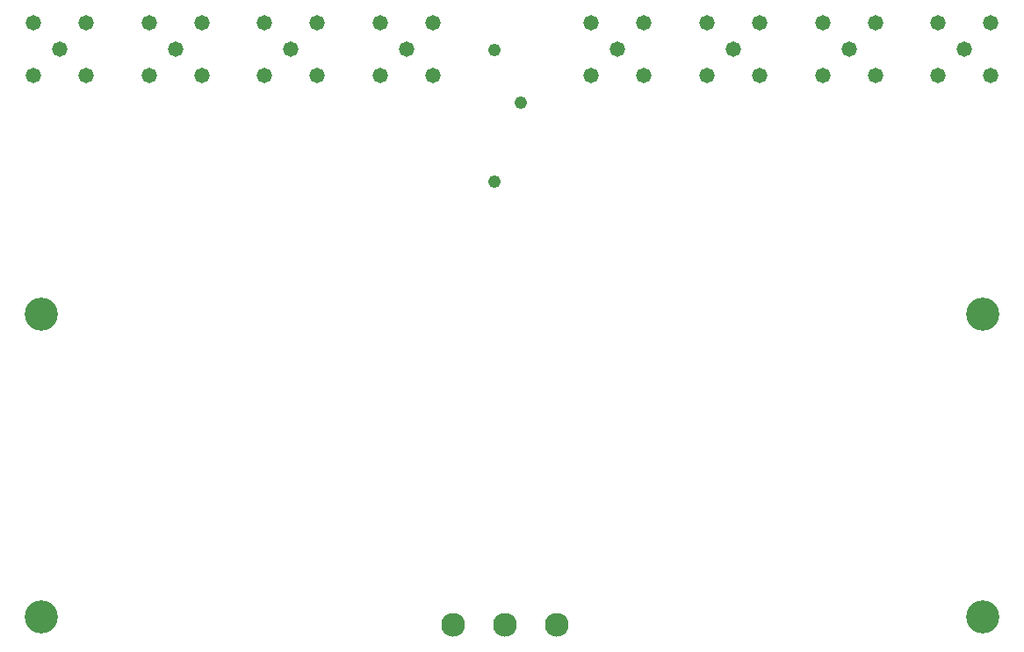
<source format=gbr>
%TF.GenerationSoftware,KiCad,Pcbnew,9.0.0*%
%TF.CreationDate,2025-03-12T11:47:34+01:00*%
%TF.ProjectId,zdc_fifo_test,7a64635f-6669-4666-9f5f-746573742e6b,rev?*%
%TF.SameCoordinates,Original*%
%TF.FileFunction,Soldermask,Bot*%
%TF.FilePolarity,Negative*%
%FSLAX46Y46*%
G04 Gerber Fmt 4.6, Leading zero omitted, Abs format (unit mm)*
G04 Created by KiCad (PCBNEW 9.0.0) date 2025-03-12 11:47:34*
%MOMM*%
%LPD*%
G01*
G04 APERTURE LIST*
%ADD10C,1.473200*%
%ADD11C,2.300000*%
%ADD12C,3.200000*%
%ADD13C,1.240000*%
G04 APERTURE END LIST*
D10*
%TO.C,J1*%
X159830960Y-110250000D03*
X157290960Y-107710000D03*
X157290960Y-112790000D03*
X162370960Y-112790000D03*
X162370960Y-107710000D03*
%TD*%
%TO.C,J2*%
X170970640Y-110250000D03*
X168430640Y-107710000D03*
X168430640Y-112790000D03*
X173510640Y-112790000D03*
X173510640Y-107710000D03*
%TD*%
D11*
%TO.C,U1*%
X207750000Y-165750000D03*
X202750000Y-165750000D03*
X197750000Y-165750000D03*
%TD*%
D12*
%TO.C,REFy2*%
X248800000Y-165000000D03*
%TD*%
D10*
%TO.C,J6*%
X224750000Y-110250000D03*
X222210000Y-107710000D03*
X222210000Y-112790000D03*
X227290000Y-112790000D03*
X227290000Y-107710000D03*
%TD*%
D13*
%TO.C,VR2*%
X201708620Y-123038500D03*
X204248620Y-115418500D03*
X201708620Y-110338500D03*
%TD*%
D12*
%TO.C,REFy4*%
X158000000Y-135800000D03*
%TD*%
D10*
%TO.C,J7*%
X235889680Y-110250000D03*
X233349680Y-107710000D03*
X233349680Y-112790000D03*
X238429680Y-112790000D03*
X238429680Y-107710000D03*
%TD*%
%TO.C,J4*%
X193250000Y-110250000D03*
X190710000Y-107710000D03*
X190710000Y-112790000D03*
X195790000Y-112790000D03*
X195790000Y-107710000D03*
%TD*%
D12*
%TO.C,REFy3*%
X158000000Y-165000000D03*
%TD*%
%TO.C,REFy1*%
X248800000Y-135800000D03*
%TD*%
D10*
%TO.C,J5*%
X213610320Y-110250000D03*
X211070320Y-107710000D03*
X211070320Y-112790000D03*
X216150320Y-112790000D03*
X216150320Y-107710000D03*
%TD*%
%TO.C,J3*%
X182110320Y-110250000D03*
X179570320Y-107710000D03*
X179570320Y-112790000D03*
X184650320Y-112790000D03*
X184650320Y-107710000D03*
%TD*%
%TO.C,J8*%
X247029360Y-110250000D03*
X244489360Y-107710000D03*
X244489360Y-112790000D03*
X249569360Y-112790000D03*
X249569360Y-107710000D03*
%TD*%
M02*

</source>
